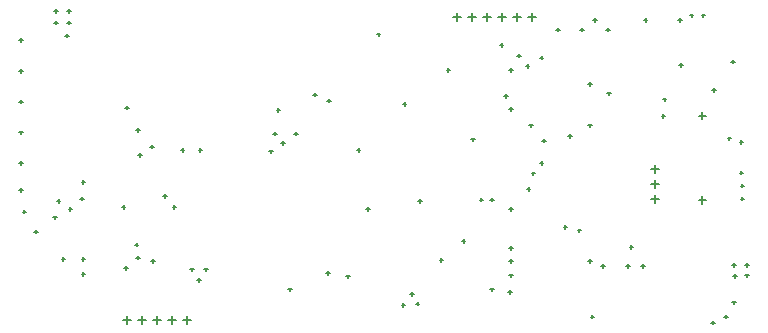
<source format=gbr>
%TF.GenerationSoftware,Altium Limited,Altium Designer,20.2.6 (244)*%
G04 Layer_Color=128*
%FSLAX45Y45*%
%MOMM*%
%TF.SameCoordinates,BE144905-350C-4E41-9AB6-63F68E724E9C*%
%TF.FilePolarity,Positive*%
%TF.FileFunction,Drillmap*%
%TF.Part,Single*%
G01*
G75*
%TA.AperFunction,NonConductor*%
%ADD86C,0.12700*%
D86*
X3821000Y2760000D02*
X3891000D01*
X3856000Y2725000D02*
Y2795000D01*
X3948000Y2760000D02*
X4018000D01*
X3983000Y2725000D02*
Y2795000D01*
X4075000Y2760000D02*
X4145000D01*
X4110000Y2725000D02*
Y2795000D01*
X4202000Y2760000D02*
X4272000D01*
X4237000Y2725000D02*
Y2795000D01*
X4329000Y2760000D02*
X4399000D01*
X4364000Y2725000D02*
Y2795000D01*
X4456000Y2760000D02*
X4526000D01*
X4491000Y2725000D02*
Y2795000D01*
X1021000Y190000D02*
X1091000D01*
X1056000Y155000D02*
Y225000D01*
X1148000Y190000D02*
X1218000D01*
X1183000Y155000D02*
Y225000D01*
X1275000Y190000D02*
X1345000D01*
X1310000Y155000D02*
Y225000D01*
X1402000Y190000D02*
X1472000D01*
X1437000Y155000D02*
Y225000D01*
X1529000Y190000D02*
X1599000D01*
X1564000Y155000D02*
Y225000D01*
X5901000Y1207500D02*
X5961000D01*
X5931000Y1177500D02*
Y1237500D01*
X5901000Y1922500D02*
X5961000D01*
X5931000Y1892500D02*
Y1952500D01*
X5495000Y1213000D02*
X5565000D01*
X5530000Y1178000D02*
Y1248000D01*
X5495000Y1340000D02*
X5565000D01*
X5530000Y1305000D02*
Y1375000D01*
X5495000Y1467000D02*
X5565000D01*
X5530000Y1432000D02*
Y1502000D01*
X3455000Y410000D02*
X3485000D01*
X3470000Y395000D02*
Y425000D01*
X3505000Y330000D02*
X3535000D01*
X3520000Y315000D02*
Y345000D01*
X4285000Y430000D02*
X4315000D01*
X4300000Y415000D02*
Y445000D01*
X4135000Y450000D02*
X4165000D01*
X4150000Y435000D02*
Y465000D01*
X4365000Y2430000D02*
X4395000D01*
X4380000Y2415000D02*
Y2445000D01*
X4295000Y2310000D02*
X4325000D01*
X4310000Y2295000D02*
Y2325000D01*
X4215000Y2520000D02*
X4245000D01*
X4230000Y2505000D02*
Y2535000D01*
X4555000Y1520000D02*
X4585000D01*
X4570000Y1505000D02*
Y1535000D01*
X4485000Y1432550D02*
X4515000D01*
X4500000Y1417550D02*
Y1447550D01*
X3385000Y320000D02*
X3415000D01*
X3400000Y305000D02*
Y335000D01*
X4755000Y980000D02*
X4785000D01*
X4770000Y965000D02*
Y995000D01*
X4875000Y950000D02*
X4905000D01*
X4890000Y935000D02*
Y965000D01*
X3895000Y860000D02*
X3925000D01*
X3910000Y845000D02*
Y875000D01*
X2915000Y560000D02*
X2945000D01*
X2930000Y545000D02*
Y575000D01*
X2745000Y590000D02*
X2775000D01*
X2760000Y575000D02*
Y605000D01*
X1135000Y1800000D02*
X1165000D01*
X1150000Y1785000D02*
Y1815000D01*
X1255000Y1660000D02*
X1285000D01*
X1270000Y1645000D02*
Y1675000D01*
X1045000Y1990000D02*
X1075000D01*
X1060000Y1975000D02*
Y2005000D01*
X1035000Y630000D02*
X1065000D01*
X1050000Y615000D02*
Y645000D01*
X1135000Y720000D02*
X1165000D01*
X1150000Y705000D02*
Y735000D01*
X1715000Y620000D02*
X1745000D01*
X1730000Y605000D02*
Y635000D01*
X1595000Y620000D02*
X1625000D01*
X1610000Y605000D02*
Y635000D01*
X1655000Y530000D02*
X1685000D01*
X1670000Y515000D02*
Y545000D01*
X1265000Y690000D02*
X1295000D01*
X1280000Y675000D02*
Y705000D01*
X1445000Y1150000D02*
X1475000D01*
X1460000Y1135000D02*
Y1165000D01*
X4895000Y2650000D02*
X4925000D01*
X4910000Y2635000D02*
Y2665000D01*
X4695000Y2650000D02*
X4725000D01*
X4710000Y2635000D02*
Y2665000D01*
X555000Y2710000D02*
X585000D01*
X570000Y2695000D02*
Y2725000D01*
X445000Y2710000D02*
X475000D01*
X460000Y2695000D02*
Y2725000D01*
X555000Y2810000D02*
X585000D01*
X570000Y2795000D02*
Y2825000D01*
X445000Y2810000D02*
X475000D01*
X460000Y2795000D02*
Y2825000D01*
X535000Y2600000D02*
X565000D01*
X550000Y2585000D02*
Y2615000D01*
X6295000Y658431D02*
X6325000D01*
X6310000Y643431D02*
Y673431D01*
X6185000Y658431D02*
X6215000D01*
X6200000Y643431D02*
Y673431D01*
X6295000Y570000D02*
X6325000D01*
X6310000Y555000D02*
Y585000D01*
X6190684Y562699D02*
X6220684D01*
X6205684Y547699D02*
Y577699D01*
X3175000Y2610000D02*
X3205000D01*
X3190000Y2595000D02*
Y2625000D01*
X4555000Y2412500D02*
X4585000D01*
X4570000Y2397500D02*
Y2427500D01*
X1515000Y1630000D02*
X1545000D01*
X1530000Y1615000D02*
Y1645000D01*
X1665000Y1630000D02*
X1695000D01*
X1680000Y1615000D02*
Y1645000D01*
X2325000Y1970000D02*
X2355000D01*
X2340000Y1955000D02*
Y1985000D01*
X4435000Y2340000D02*
X4465000D01*
X4450000Y2325000D02*
Y2355000D01*
X4295000Y1980000D02*
X4325000D01*
X4310000Y1965000D02*
Y1995000D01*
X4255000Y2090000D02*
X4285000D01*
X4270000Y2075000D02*
Y2105000D01*
X4295000Y570000D02*
X4325000D01*
X4310000Y555000D02*
Y585000D01*
X4295000Y690000D02*
X4325000D01*
X4310000Y675000D02*
Y705000D01*
X4295000Y800000D02*
X4325000D01*
X4310000Y785000D02*
Y815000D01*
X4965000Y690000D02*
X4995000D01*
X4980000Y675000D02*
Y705000D01*
X5075000Y650000D02*
X5105000D01*
X5090000Y635000D02*
Y665000D01*
X5285000Y650000D02*
X5315000D01*
X5300000Y635000D02*
Y665000D01*
X5415000Y650000D02*
X5445000D01*
X5430000Y635000D02*
Y665000D01*
X6185000Y340000D02*
X6215000D01*
X6200000Y325000D02*
Y355000D01*
X6115000Y220000D02*
X6145000D01*
X6130000Y205000D02*
Y235000D01*
X6005000Y170000D02*
X6035000D01*
X6020000Y155000D02*
Y185000D01*
X6245000Y1700000D02*
X6275000D01*
X6260000Y1685000D02*
Y1715000D01*
X6245000Y1440000D02*
X6275000D01*
X6260000Y1425000D02*
Y1455000D01*
X6145000Y1730000D02*
X6175000D01*
X6160000Y1715000D02*
Y1745000D01*
X3395000Y2020000D02*
X3425000D01*
X3410000Y2005000D02*
Y2035000D01*
X3975000Y1720000D02*
X4005000D01*
X3990000Y1705000D02*
Y1735000D01*
X145000Y2560000D02*
X175000D01*
X160000Y2545000D02*
Y2575000D01*
X145000Y2300000D02*
X175000D01*
X160000Y2285000D02*
Y2315000D01*
X145000Y2040000D02*
X175000D01*
X160000Y2025000D02*
Y2055000D01*
X145000Y1780000D02*
X175000D01*
X160000Y1765000D02*
Y1795000D01*
X145000Y1520000D02*
X175000D01*
X160000Y1505000D02*
Y1535000D01*
X145000Y1290000D02*
X175000D01*
X160000Y1275000D02*
Y1305000D01*
X175000Y1110000D02*
X205000D01*
X190000Y1095000D02*
Y1125000D01*
X435000Y1060000D02*
X465000D01*
X450000Y1045000D02*
Y1075000D01*
X565000Y1130000D02*
X595000D01*
X580000Y1115000D02*
Y1145000D01*
X665000Y1220000D02*
X695000D01*
X680000Y1205000D02*
Y1235000D01*
X675000Y1360000D02*
X705000D01*
X690000Y1345000D02*
Y1375000D01*
X505000Y710000D02*
X535000D01*
X520000Y695000D02*
Y725000D01*
X2365000Y1690000D02*
X2395000D01*
X2380000Y1675000D02*
Y1705000D01*
X2265000Y1620000D02*
X2295000D01*
X2280000Y1605000D02*
Y1635000D01*
X2295000Y1770000D02*
X2325000D01*
X2310000Y1755000D02*
Y1785000D01*
X6255000Y1220000D02*
X6285000D01*
X6270000Y1205000D02*
Y1235000D01*
X6255000Y1330000D02*
X6285000D01*
X6270000Y1315000D02*
Y1345000D01*
X6175000Y2380000D02*
X6205000D01*
X6190000Y2365000D02*
Y2395000D01*
X4965000Y1840000D02*
X4995000D01*
X4980000Y1825000D02*
Y1855000D01*
X4795000Y1750000D02*
X4825000D01*
X4810000Y1735000D02*
Y1765000D01*
X4575000Y1710000D02*
X4605000D01*
X4590000Y1695000D02*
Y1725000D01*
X4465000Y1840000D02*
X4495000D01*
X4480000Y1825000D02*
Y1855000D01*
X3765000Y2310000D02*
X3795000D01*
X3780000Y2295000D02*
Y2325000D01*
X3005000Y1630000D02*
X3035000D01*
X3020000Y1615000D02*
Y1645000D01*
X3525000Y1200000D02*
X3555000D01*
X3540000Y1185000D02*
Y1215000D01*
X3085000Y1130000D02*
X3115000D01*
X3100000Y1115000D02*
Y1145000D01*
X4045000Y1210000D02*
X4075000D01*
X4060000Y1195000D02*
Y1225000D01*
X4135000Y1210000D02*
X4165000D01*
X4150000Y1195000D02*
Y1225000D01*
X675000Y580000D02*
X705000D01*
X690000Y565000D02*
Y595000D01*
X675000Y710000D02*
X705000D01*
X690000Y695000D02*
Y725000D01*
X1015000Y1150000D02*
X1045000D01*
X1030000Y1135000D02*
Y1165000D01*
X275000Y940000D02*
X305000D01*
X290000Y925000D02*
Y955000D01*
X465000Y1200000D02*
X495000D01*
X480000Y1185000D02*
Y1215000D01*
X1125000Y830000D02*
X1155000D01*
X1140000Y815000D02*
Y845000D01*
X1365000Y1240000D02*
X1395000D01*
X1380000Y1225000D02*
Y1255000D01*
X1155000Y1590000D02*
X1185000D01*
X1170000Y1575000D02*
Y1605000D01*
X2425000Y450000D02*
X2455000D01*
X2440000Y435000D02*
Y465000D01*
X3705000Y700000D02*
X3735000D01*
X3720000Y685000D02*
Y715000D01*
X4985000Y220000D02*
X5015000D01*
X5000000Y205000D02*
Y235000D01*
X5315000Y810000D02*
X5345000D01*
X5330000Y795000D02*
Y825000D01*
X2635000Y2100000D02*
X2665000D01*
X2650000Y2085000D02*
Y2115000D01*
X5125000Y2110000D02*
X5155000D01*
X5140000Y2095000D02*
Y2125000D01*
X6015000Y2140000D02*
X6045000D01*
X6030000Y2125000D02*
Y2155000D01*
X4445000Y1300000D02*
X4475000D01*
X4460000Y1285000D02*
Y1315000D01*
X4295000Y1130000D02*
X4325000D01*
X4310000Y1115000D02*
Y1145000D01*
X5115000Y2650000D02*
X5145000D01*
X5130000Y2635000D02*
Y2665000D01*
X5725000Y2730000D02*
X5755000D01*
X5740000Y2715000D02*
Y2745000D01*
X5585000Y1920000D02*
X5615000D01*
X5600000Y1905000D02*
Y1935000D01*
X5595000Y2060000D02*
X5625000D01*
X5610000Y2045000D02*
Y2075000D01*
X2755000Y2050000D02*
X2785000D01*
X2770000Y2035000D02*
Y2065000D01*
X2475000Y1770000D02*
X2505000D01*
X2490000Y1755000D02*
Y1785000D01*
X5005000Y2730000D02*
X5035000D01*
X5020000Y2715000D02*
Y2745000D01*
X5435000Y2730000D02*
X5465000D01*
X5450000Y2715000D02*
Y2745000D01*
X5825000Y2770000D02*
X5855000D01*
X5840000Y2755000D02*
Y2785000D01*
X4965000Y2190000D02*
X4995000D01*
X4980000Y2175000D02*
Y2205000D01*
X5925000Y2770000D02*
X5955000D01*
X5940000Y2755000D02*
Y2785000D01*
X5735000Y2350000D02*
X5765000D01*
X5750000Y2335000D02*
Y2365000D01*
%TF.MD5,2b3734dcc09b2fa503ac7cf4ab17876c*%
M02*

</source>
